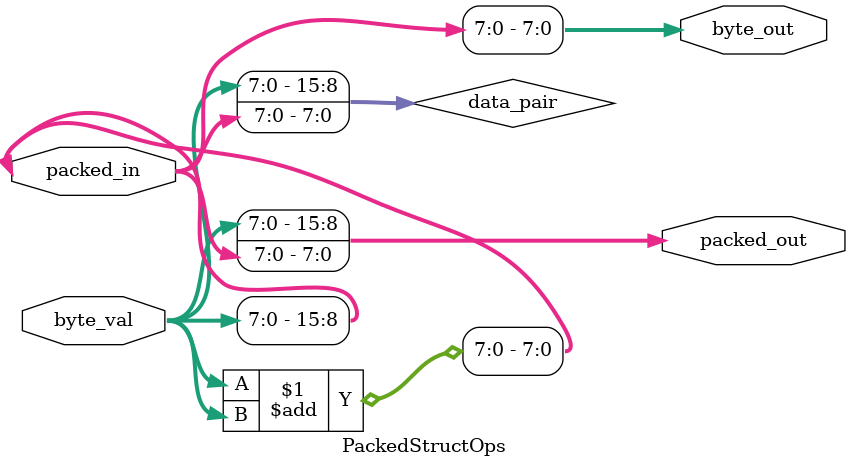
<source format=sv>
module PackedStructOps (
    input logic [15:0] packed_in,
    input logic [7:0] byte_val,
    output logic [15:0] packed_out,
    output logic [7:0] byte_out
);
    typedef struct packed {
        logic [7:0] low;
        logic [7:0] high;
    } pair_t;
    pair_t data_pair;
    assign data_pair = packed_in;
    assign byte_out = data_pair.high;
    assign data_pair.low = byte_val;
    assign packed_out = data_pair;
    assign packed_out[7:0] = data_pair.low + byte_val;
endmodule


</source>
